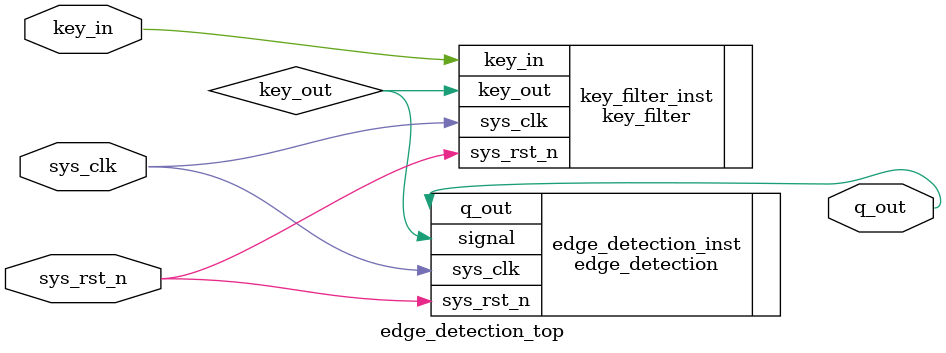
<source format=v>
module edge_detection_top (
    input sys_clk,
    input sys_rst_n,
    input key_in,
    output q_out
);
    wire key_out;

    key_filter key_filter_inst (
        .sys_clk (sys_clk),
        .sys_rst_n (sys_rst_n),
        .key_in (key_in),
        .key_out (key_out)
    );

    edge_detection edge_detection_inst (
        .sys_clk (sys_clk),
        .sys_rst_n (sys_rst_n),
        .signal (key_out),
        .q_out (q_out)
    );
endmodule
</source>
